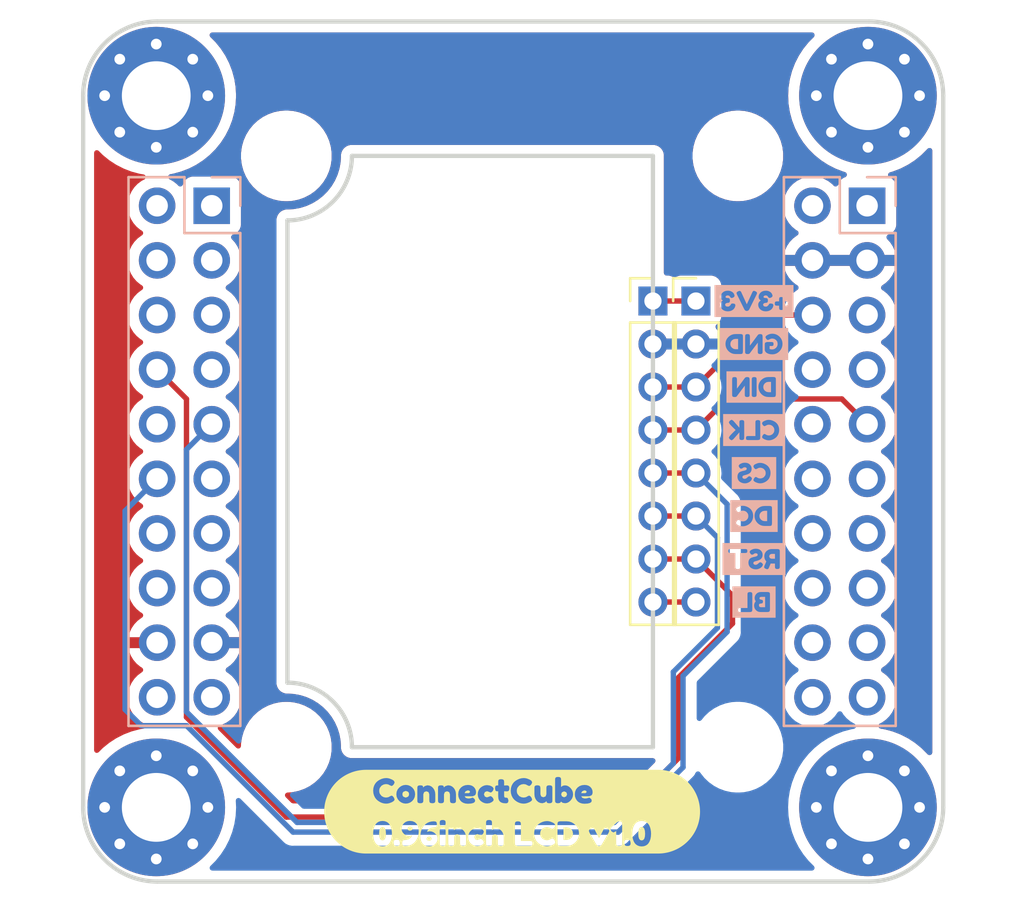
<source format=kicad_pcb>
(kicad_pcb (version 20211014) (generator pcbnew)
  (layers (0 "F.Cu" signal) (1 "In1.Cu" signal) (2 "In2.Cu" signal) (3 "In3.Cu" signal) (4 "In4.Cu" signal) (31 "B.Cu" signal) (34 "B.Paste" user) (35 "F.Paste" user) (36 "B.SilkS" user "B.Silkscreen") (37 "F.SilkS" user "F.Silkscreen") (38 "B.Mask" user) (39 "F.Mask" user) (44 "Edge.Cuts" user))
  (net 0 "")
  (net 1 "+5V")
  (net 2 "/EN")
  (net 3 "/IO34")
  (net 4 "/IO32")
  (net 5 "/IO35")
  (net 6 "/IO25")
  (net 7 "/IO33")
  (net 8 "/IO26")
  (net 9 "/IO12")
  (net 10 "GND")
  (net 11 "+3V3")
  (net 12 "/DIN")
  (net 13 "/CLK")
  (net 14 "/CS")
  (net 15 "/DC")
  (net 16 "/TXD0")
  (net 17 "/IO21")
  (net 18 "/RXD0")
  (net 19 "/IO19")
  (net 20 "/IO17")
  (net 21 "/IO5")
  (net 22 "/IO4")
  (net 23 "/IO16")
  (net 24 "/IO2")
  (net 25 "/IO0")
  (net 26 "/IO15")
  (net 27 "/IO13")
  (net 32 "/BL")
  (footprint "Connector_PinHeader_2.00mm:PinHeader_1x08_P2.00mm_Vertical" (layer "F.Cu") (at 85.55 95.25)
    (fp_text reference "J4" hide)
    (fp_text value "Conn_01x08_Male")
    (pad "1" thru_hole rect locked (at 0 0) (size 1.35 1.35) (drill 0.8) (layers *.Cu *.Mask) (net 11 "+3V3"))
    (pad "2" thru_hole oval locked (at 0 2) (size 1.35 1.35) (drill 0.8) (layers *.Cu *.Mask) (net 10 "GND"))
    (pad "3" thru_hole oval locked (at 0 4) (size 1.35 1.35) (drill 0.8) (layers *.Cu *.Mask) (net 12 "/DIN"))
    (pad "4" thru_hole oval locked (at 0 6) (size 1.35 1.35) (drill 0.8) (layers *.Cu *.Mask) (net 13 "/CLK"))
    (pad "5" thru_hole oval locked (at 0 8) (size 1.35 1.35) (drill 0.8) (layers *.Cu *.Mask) (net 14 "/CS"))
    (pad "6" thru_hole oval locked (at 0 10) (size 1.35 1.35) (drill 0.8) (layers *.Cu *.Mask) (net 15 "/DC"))
    (pad "7" thru_hole oval locked (at 0 12) (size 1.35 1.35) (drill 0.8) (layers *.Cu *.Mask) (net 7 "/IO33"))
    (pad "8" thru_hole oval locked (at 0 14) (size 1.35 1.35) (drill 0.8) (layers *.Cu *.Mask) (net 32 "/BL"))
  )
  (footprint "MountingHole:MountingHole_3.2mm_M3" (layer "F.Cu") (at 66.5 88.500002)
    (fp_text reference "H8" hide)
    (fp_text value "MountingHole")
    (pad "" np_thru_hole circle locked (at 0 0) (size 3.2 3.2) (drill 3.2) (layers *.Cu *.Mask))
  )
  (footprint "MountingHole:MountingHole_3.2mm_M3_Pad_Via" (layer "F.Cu") (at 93.55 118.8)
    (fp_text reference "H3" hide)
    (fp_text value "MountingHole")
    (pad "1" thru_hole circle locked (at 0 -2.4) (size 0.8 0.8) (drill 0.5) (layers *.Cu *.Mask))
    (pad "1" thru_hole circle locked (at 1.697056 1.697056) (size 0.8 0.8) (drill 0.5) (layers *.Cu *.Mask))
    (pad "1" thru_hole circle locked (at -1.697056 1.697056) (size 0.8 0.8) (drill 0.5) (layers *.Cu *.Mask))
    (pad "1" thru_hole circle locked (at -1.697056 -1.697056) (size 0.8 0.8) (drill 0.5) (layers *.Cu *.Mask))
    (pad "1" thru_hole circle locked (at 1.697056 -1.697056) (size 0.8 0.8) (drill 0.5) (layers *.Cu *.Mask))
    (pad "1" thru_hole circle locked (at 2.4 0) (size 0.8 0.8) (drill 0.5) (layers *.Cu *.Mask))
    (pad "1" thru_hole circle locked (at 0 2.4) (size 0.8 0.8) (drill 0.5) (layers *.Cu *.Mask))
    (pad "1" thru_hole circle locked (at 0 0) (size 6.4 6.4) (drill 3.2) (layers *.Cu *.Mask))
    (pad "1" thru_hole circle locked (at -2.4 0) (size 0.8 0.8) (drill 0.5) (layers *.Cu *.Mask))
  )
  (footprint "MountingHole:MountingHole_3.2mm_M3_Pad_Via" (layer "F.Cu") (at 60.45 85.7)
    (fp_text reference "H2" hide)
    (fp_text value "MountingHole")
    (pad "1" thru_hole circle locked (at 0 -2.4) (size 0.8 0.8) (drill 0.5) (layers *.Cu *.Mask))
    (pad "1" thru_hole circle locked (at -1.697056 1.697056) (size 0.8 0.8) (drill 0.5) (layers *.Cu *.Mask))
    (pad "1" thru_hole circle locked (at -2.4 0) (size 0.8 0.8) (drill 0.5) (layers *.Cu *.Mask))
    (pad "1" thru_hole circle locked (at 1.697056 -1.697056) (size 0.8 0.8) (drill 0.5) (layers *.Cu *.Mask))
    (pad "1" thru_hole circle locked (at 0 0) (size 6.4 6.4) (drill 3.2) (layers *.Cu *.Mask))
    (pad "1" thru_hole circle locked (at -1.697056 -1.697056) (size 0.8 0.8) (drill 0.5) (layers *.Cu *.Mask))
    (pad "1" thru_hole circle locked (at 0 2.4) (size 0.8 0.8) (drill 0.5) (layers *.Cu *.Mask))
    (pad "1" thru_hole circle locked (at 2.4 0) (size 0.8 0.8) (drill 0.5) (layers *.Cu *.Mask))
    (pad "1" thru_hole circle locked (at 1.697056 1.697056) (size 0.8 0.8) (drill 0.5) (layers *.Cu *.Mask))
  )
  (footprint "kibuzzard-6404909D" (layer "F.Cu") (at 77 119)
    (fp_text reference "kibuzzard-6404909D" hide)
    (fp_text value "G***" hide)
  )
  (footprint "MountingHole:MountingHole_3.2mm_M3_Pad_Via" (layer "F.Cu") (at 60.45 118.8)
    (fp_text reference "H1" hide)
    (fp_text value "MountingHole")
    (pad "1" thru_hole circle locked (at 2.4 0) (size 0.8 0.8) (drill 0.5) (layers *.Cu *.Mask))
    (pad "1" thru_hole circle locked (at -2.4 0) (size 0.8 0.8) (drill 0.5) (layers *.Cu *.Mask))
    (pad "1" thru_hole circle locked (at -1.697056 1.697056) (size 0.8 0.8) (drill 0.5) (layers *.Cu *.Mask))
    (pad "1" thru_hole circle locked (at -1.697056 -1.697056) (size 0.8 0.8) (drill 0.5) (layers *.Cu *.Mask))
    (pad "1" thru_hole circle locked (at 0 0) (size 6.4 6.4) (drill 3.2) (layers *.Cu *.Mask))
    (pad "1" thru_hole circle locked (at 1.697056 1.697056) (size 0.8 0.8) (drill 0.5) (layers *.Cu *.Mask))
    (pad "1" thru_hole circle locked (at 0 -2.4) (size 0.8 0.8) (drill 0.5) (layers *.Cu *.Mask))
    (pad "1" thru_hole circle locked (at 0 2.4) (size 0.8 0.8) (drill 0.5) (layers *.Cu *.Mask))
    (pad "1" thru_hole circle locked (at 1.697056 -1.697056) (size 0.8 0.8) (drill 0.5) (layers *.Cu *.Mask))
  )
  (footprint "MountingHole:MountingHole_3.2mm_M3" (layer "F.Cu") (at 87.5 88.500002)
    (fp_text reference "H6" hide)
    (fp_text value "MountingHole")
    (pad "" np_thru_hole circle locked (at 0 0) (size 3.2 3.2) (drill 3.2) (layers *.Cu *.Mask))
  )
  (footprint "MountingHole:MountingHole_3.2mm_M3_Pad_Via" (layer "F.Cu") (at 93.55 85.7)
    (fp_text reference "H4" hide)
    (fp_text value "MountingHole")
    (pad "1" thru_hole circle locked (at 2.4 0) (size 0.8 0.8) (drill 0.5) (layers *.Cu *.Mask))
    (pad "1" thru_hole circle locked (at 0 -2.4) (size 0.8 0.8) (drill 0.5) (layers *.Cu *.Mask))
    (pad "1" thru_hole circle locked (at 1.697056 1.697056) (size 0.8 0.8) (drill 0.5) (layers *.Cu *.Mask))
    (pad "1" thru_hole circle locked (at -1.697056 -1.697056) (size 0.8 0.8) (drill 0.5) (layers *.Cu *.Mask))
    (pad "1" thru_hole circle locked (at -1.697056 1.697056) (size 0.8 0.8) (drill 0.5) (layers *.Cu *.Mask))
    (pad "1" thru_hole circle locked (at 0 2.4) (size 0.8 0.8) (drill 0.5) (layers *.Cu *.Mask))
    (pad "1" thru_hole circle locked (at 0 0) (size 6.4 6.4) (drill 3.2) (layers *.Cu *.Mask))
    (pad "1" thru_hole circle locked (at 1.697056 -1.697056) (size 0.8 0.8) (drill 0.5) (layers *.Cu *.Mask))
    (pad "1" thru_hole circle locked (at -2.4 0) (size 0.8 0.8) (drill 0.5) (layers *.Cu *.Mask))
  )
  (footprint "MountingHole:MountingHole_3.2mm_M3" (layer "F.Cu") (at 87.5 115.999998)
    (fp_text reference "H5" hide)
    (fp_text value "MountingHole")
    (pad "" np_thru_hole circle locked (at 0 0) (size 3.2 3.2) (drill 3.2) (layers *.Cu *.Mask))
  )
  (footprint "MountingHole:MountingHole_3.2mm_M3" (layer "F.Cu") (at 66.5 115.999998)
    (fp_text reference "H7" hide)
    (fp_text value "MountingHole")
    (pad "" np_thru_hole circle locked (at 0 0) (size 3.2 3.2) (drill 3.2) (layers *.Cu *.Mask))
  )
  (footprint "Connector_PinHeader_2.00mm:PinHeader_1x08_P2.00mm_Vertical" (layer "F.Cu") (at 83.55 95.25)
    (fp_text reference "J2" hide)
    (fp_text value "Conn_01x08_Male")
    (pad "1" thru_hole rect locked (at 0 0) (size 1.35 1.35) (drill 0.8) (layers *.Cu *.Mask) (net 11 "+3V3"))
    (pad "2" thru_hole oval locked (at 0 2) (size 1.35 1.35) (drill 0.8) (layers *.Cu *.Mask) (net 10 "GND"))
    (pad "3" thru_hole oval locked (at 0 4) (size 1.35 1.35) (drill 0.8) (layers *.Cu *.Mask) (net 12 "/DIN"))
    (pad "4" thru_hole oval locked (at 0 6) (size 1.35 1.35) (drill 0.8) (layers *.Cu *.Mask) (net 13 "/CLK"))
    (pad "5" thru_hole oval locked (at 0 8) (size 1.35 1.35) (drill 0.8) (layers *.Cu *.Mask) (net 14 "/CS"))
    (pad "6" thru_hole oval locked (at 0 10) (size 1.35 1.35) (drill 0.8) (layers *.Cu *.Mask) (net 15 "/DC"))
    (pad "7" thru_hole oval locked (at 0 12) (size 1.35 1.35) (drill 0.8) (layers *.Cu *.Mask) (net 7 "/IO33"))
    (pad "8" thru_hole oval locked (at 0 14) (size 1.35 1.35) (drill 0.8) (layers *.Cu *.Mask) (net 32 "/BL"))
  )
  (footprint "kibuzzard-6404916C" (layer "B.Cu") (at 88.25 101.25 180)
    (fp_text reference "kibuzzard-6404916C" hide)
    (fp_text value "G***" hide)
  )
  (footprint "kibuzzard-64049156" (layer "B.Cu") (at 88.25 97.25 180)
    (fp_text reference "kibuzzard-64049156" hide)
    (fp_text value "G***" hide)
  )
  (footprint "kibuzzard-64049163" (layer "B.Cu") (at 88.25 99.25 180)
    (fp_text reference "kibuzzard-64049163" hide)
    (fp_text value "G***" hide)
  )
  (footprint "kibuzzard-640490BE" (layer "B.Cu") (at 88.25 95.25 180)
    (fp_text reference "kibuzzard-640490BE" hide)
    (fp_text value "G***" hide)
  )
  (footprint "kibuzzard-64049199" (layer "B.Cu") (at 88.25 107.25 180)
    (fp_text reference "kibuzzard-64049199" hide)
    (fp_text value "G***" hide)
  )
  (footprint "kibuzzard-6404917C" (layer "B.Cu") (at 88.25 105.25 180)
    (fp_text reference "kibuzzard-6404917C" hide)
    (fp_text value "G***" hide)
  )
  (footprint "Connector_PinHeader_2.54mm:PinHeader_2x10_P2.54mm_Vertical" (layer "B.Cu") (at 63.03 90.82 180)
    (fp_text reference "J1" hide)
    (fp_text value "Conn_02x10_Odd_Even")
    (pad "1" thru_hole rect locked (at 0 0 180) (size 1.7 1.7) (drill 1) (layers *.Cu *.Mask) (net 1 "+5V"))
    (pad "2" thru_hole oval locked (at 2.54 0 180) (size 1.7 1.7) (drill 1) (layers *.Cu *.Mask) (net 1 "+5V"))
    (pad "3" thru_hole oval locked (at 0 -2.54 180) (size 1.7 1.7) (drill 1) (layers *.Cu *.Mask) (net 2 "/EN"))
    (pad "4" thru_hole oval locked (at 2.54 -2.54 180) (size 1.7 1.7) (drill 1) (layers *.Cu *.Mask) (net 3 "/IO34"))
    (pad "5" thru_hole oval locked (at 0 -5.08 180) (size 1.7 1.7) (drill 1) (layers *.Cu *.Mask) (net 4 "/IO32"))
    (pad "6" thru_hole oval locked (at 2.54 -5.08 180) (size 1.7 1.7) (drill 1) (layers *.Cu *.Mask) (net 5 "/IO35"))
    (pad "7" thru_hole oval locked (at 0 -7.62 180) (size 1.7 1.7) (drill 1) (layers *.Cu *.Mask) (net 6 "/IO25"))
    (pad "8" thru_hole oval locked (at 2.54 -7.62 180) (size 1.7 1.7) (drill 1) (layers *.Cu *.Mask) (net 7 "/IO33"))
    (pad "9" thru_hole oval locked (at 0 -10.16 180) (size 1.7 1.7) (drill 1) (layers *.Cu *.Mask) (net 15 "/DC"))
    (pad "10" thru_hole oval locked (at 2.54 -10.16 180) (size 1.7 1.7) (drill 1) (layers *.Cu *.Mask) (net 8 "/IO26"))
    (pad "11" thru_hole oval locked (at 0 -12.7 180) (size 1.7 1.7) (drill 1) (layers *.Cu *.Mask) (net 9 "/IO12"))
    (pad "12" thru_hole oval locked (at 2.54 -12.7 180) (size 1.7 1.7) (drill 1) (layers *.Cu *.Mask) (net 14 "/CS"))
    (pad "13" thru_hole oval locked (at 0 -15.24 180) (size 1.7 1.7) (drill 1) (layers *.Cu *.Mask))
    (pad "14" thru_hole oval locked (at 2.54 -15.24 180) (size 1.7 1.7) (drill 1) (layers *.Cu *.Mask))
    (pad "15" thru_hole oval locked (at 0 -17.78 180) (size 1.7 1.7) (drill 1) (layers *.Cu *.Mask))
    (pad "16" thru_hole oval locked (at 2.54 -17.78 180) (size 1.7 1.7) (drill 1) (layers *.Cu *.Mask))
    (pad "17" thru_hole oval locked (at 0 -20.32 180) (size 1.7 1.7) (drill 1) (layers *.Cu *.Mask) (net 10 "GND"))
    (pad "18" thru_hole oval locked (at 2.54 -20.32 180) (size 1.7 1.7) (drill 1) (layers *.Cu *.Mask) (net 10 "GND"))
    (pad "19" thru_hole oval locked (at 0 -22.86 180) (size 1.7 1.7) (drill 1) (layers *.Cu *.Mask) (net 11 "+3V3"))
    (pad "20" thru_hole oval locked (at 2.54 -22.86 180) (size 1.7 1.7) (drill 1) (layers *.Cu *.Mask) (net 11 "+3V3"))
  )
  (footprint "kibuzzard-64049174" (layer "B.Cu") (at 88.25 103.25 180)
    (fp_text reference "kibuzzard-64049174" hide)
    (fp_text value "G***" hide)
  )
  (footprint "Connector_PinHeader_2.54mm:PinHeader_2x10_P2.54mm_Vertical" (layer "B.Cu") (at 93.51 90.82 180)
    (fp_text reference "J3" hide)
    (fp_text value "Conn_02x10_Odd_Even")
    (pad "1" thru_hole rect locked (at 0 0 180) (size 1.7 1.7) (drill 1) (layers *.Cu *.Mask) (net 11 "+3V3"))
    (pad "2" thru_hole oval locked (at 2.54 0 180) (size 1.7 1.7) (drill 1) (layers *.Cu *.Mask) (net 11 "+3V3"))
    (pad "3" thru_hole oval locked (at 0 -2.54 180) (size 1.7 1.7) (drill 1) (layers *.Cu *.Mask) (net 10 "GND"))
    (pad "4" thru_hole oval locked (at 2.54 -2.54 180) (size 1.7 1.7) (drill 1) (layers *.Cu *.Mask) (net 10 "GND"))
    (pad "5" thru_hole oval locked (at 0 -5.08 180) (size 1.7 1.7) (drill 1) (layers *.Cu *.Mask) (net 16 "/TXD0"))
    (pad "6" thru_hole oval locked (at 2.54 -5.08 180) (size 1.7 1.7) (drill 1) (layers *.Cu *.Mask) (net 12 "/DIN"))
    (pad "7" thru_hole oval locked (at 0 -7.62 180) (size 1.7 1.7) (drill 1) (layers *.Cu *.Mask) (net 17 "/IO21"))
    (pad "8" thru_hole oval locked (at 2.54 -7.62 180) (size 1.7 1.7) (drill 1) (layers *.Cu *.Mask) (net 18 "/RXD0"))
    (pad "9" thru_hole oval locked (at 0 -10.16 180) (size 1.7 1.7) (drill 1) (layers *.Cu *.Mask) (net 13 "/CLK"))
    (pad "10" thru_hole oval locked (at 2.54 -10.16 180) (size 1.7 1.7) (drill 1) (layers *.Cu *.Mask) (net 19 "/IO19"))
    (pad "11" thru_hole oval locked (at 0 -12.7 180) (size 1.7 1.7) (drill 1) (layers *.Cu *.Mask) (net 20 "/IO17"))
    (pad "12" thru_hole oval locked (at 2.54 -12.7 180) (size 1.7 1.7) (drill 1) (layers *.Cu *.Mask) (net 21 "/IO5"))
    (pad "13" thru_hole oval locked (at 0 -15.24 180) (size 1.7 1.7) (drill 1) (layers *.Cu *.Mask) (net 22 "/IO4"))
    (pad "14" thru_hole oval locked (at 2.54 -15.24 180) (size 1.7 1.7) (drill 1) (layers *.Cu *.Mask) (net 23 "/IO16"))
    (pad "15" thru_hole oval locked (at 0 -17.78 180) (size 1.7 1.7) (drill 1) (layers *.Cu *.Mask) (net 24 "/IO2"))
    (pad "16" thru_hole oval locked (at 2.54 -17.78 180) (size 1.7 1.7) (drill 1) (layers *.Cu *.Mask) (net 25 "/IO0"))
    (pad "17" thru_hole oval locked (at 0 -20.32 180) (size 1.7 1.7) (drill 1) (layers *.Cu *.Mask) (net 26 "/IO15"))
    (pad "18" thru_hole oval locked (at 2.54 -20.32 180) (size 1.7 1.7) (drill 1) (layers *.Cu *.Mask) (net 27 "/IO13"))
    (pad "19" thru_hole oval locked (at 0 -22.86 180) (size 1.7 1.7) (drill 1) (layers *.Cu *.Mask) (net 1 "+5V"))
    (pad "20" thru_hole oval locked (at 2.54 -22.86 180) (size 1.7 1.7) (drill 1) (layers *.Cu *.Mask) (net 1 "+5V"))
  )
  (footprint "kibuzzard-640491A0" (layer "B.Cu") (at 88.25 109.25 180)
    (fp_text reference "kibuzzard-640491A0" hide)
    (fp_text value "G***" hide)
  )
  (gr_arc (start 69.55 88.5) (mid 68.67132 90.62132) (end 66.55 91.5) (layer "Edge.Cuts") (width 0.2))
  (gr_line (start 83.55 115.999999) (end 69.55 116) (layer "Edge.Cuts") (width 0.2))
  (gr_arc (start 97.05 118.8) (mid 96.039518 121.239518) (end 93.6 122.25) (layer "Edge.Cuts") (width 0.2))
  (gr_line (start 60.499999 82.25) (end 93.6 82.25) (layer "Edge.Cuts") (width 0.2))
  (gr_arc (start 57.05 85.7) (mid 58.060481 83.260482) (end 60.499999 82.25) (layer "Edge.Cuts") (width 0.2))
  (gr_line (start 93.6 122.25) (end 60.5 122.25) (layer "Edge.Cuts") (width 0.2))
  (gr_line (start 66.55 113) (end 66.55 91.5) (layer "Edge.Cuts") (width 0.2))
  (gr_line (start 69.55 88.5) (end 83.55 88.5) (layer "Edge.Cuts") (width 0.2))
  (gr_line (start 57.05 118.8) (end 57.05 85.7) (layer "Edge.Cuts") (width 0.2))
  (gr_line (start 83.55 88.5) (end 83.55 115.999999) (layer "Edge.Cuts") (width 0.2))
  (gr_line (start 97.05 85.7) (end 97.05 118.8) (layer "Edge.Cuts") (width 0.2))
  (gr_arc (start 93.6 82.25) (mid 96.039518 83.260482) (end 97.05 85.7) (layer "Edge.Cuts") (width 0.2))
  (gr_arc (start 60.5 122.25) (mid 58.060482 121.239518) (end 57.05 118.8) (layer "Edge.Cuts") (width 0.2))
  (gr_arc (start 66.55 113) (mid 68.67132 113.87868) (end 69.55 116) (layer "Edge.Cuts") (width 0.2))
  (segment (start 85.55 107.25) (end 83.67502 107.25) (width 0.25) (layer "F.Cu") (net 7))
  (segment (start 84.75 116.5) (end 84.75 112.75) (width 0.25) (layer "F.Cu") (net 7))
  (segment (start 87.25 108.95) (end 85.55 107.25) (width 0.25) (layer "F.Cu") (net 7))
  (segment (start 60.49 98.44) (end 61.855489 99.805489) (width 0.25) (layer "F.Cu") (net 7))
  (segment (start 84.75 112.75) (end 87.25 110.25) (width 0.25) (layer "F.Cu") (net 7))
  (segment (start 61.855489 114.605489) (end 66.5 119.25) (width 0.25) (layer "F.Cu") (net 7))
  (segment (start 66.5 119.25) (end 82 119.25) (width 0.25) (layer "F.Cu") (net 7))
  (segment (start 87.25 110.25) (end 87.25 108.95) (width 0.25) (layer "F.Cu") (net 7))
  (segment (start 61.855489 99.805489) (end 61.855489 114.605489) (width 0.25) (layer "F.Cu") (net 7))
  (segment (start 82 119.25) (end 84.75 116.5) (width 0.25) (layer "F.Cu") (net 7))
  (segment (start 85.55 97.25) (end 83.67502 97.25) (width 0.25) (layer "F.Cu") (net 10))
  (segment (start 85.55 95.25) (end 83.67502 95.25) (width 0.25) (layer "F.Cu") (net 11))
  (segment (start 85.55 99.25) (end 83.67502 99.25) (width 0.25) (layer "F.Cu") (net 12))
  (segment (start 88.9 95.9) (end 85.55 99.25) (width 0.25) (layer "F.Cu") (net 12))
  (segment (start 90.97 95.9) (end 88.9 95.9) (width 0.25) (layer "F.Cu") (net 12))
  (segment (start 85.55 101.25) (end 83.67502 101.25) (width 0.25) (layer "F.Cu") (net 13))
  (segment (start 86.994511 99.805489) (end 92.335489 99.805489) (width 0.25) (layer "F.Cu") (net 13))
  (segment (start 92.335489 99.805489) (end 93.51 100.98) (width 0.25) (layer "F.Cu") (net 13))
  (segment (start 85.55 101.25) (end 86.994511 99.805489) (width 0.25) (layer "F.Cu") (net 13))
  (segment (start 85.55 103.25) (end 83.67502 103.25) (width 0.25) (layer "F.Cu") (net 14))
  (segment (start 84.94952 112.686198) (end 86.999031 110.636687) (width 0.25) (layer "B.Cu") (net 14))
  (segment (start 86.999031 110.636687) (end 86.999031 110.500969) (width 0.25) (layer "B.Cu") (net 14))
  (segment (start 86.999031 104.699031) (end 86.999031 110.500969) (width 0.25) (layer "B.Cu") (net 14))
  (segment (start 59 114.25) (end 59.75 115) (width 0.25) (layer "B.Cu") (net 14))
  (segment (start 81.936197 119.94952) (end 84.94952 116.936197) (width 0.25) (layer "B.Cu") (net 14))
  (segment (start 61.862295 115) (end 66.811815 119.94952) (width 0.25) (layer "B.Cu") (net 14))
  (segment (start 84.94952 116.936197) (end 84.94952 112.686198) (width 0.25) (layer "B.Cu") (net 14))
  (segment (start 59.75 115) (end 61.862295 115) (width 0.25) (layer "B.Cu") (net 14))
  (segment (start 59 105.01) (end 59 114.25) (width 0.25) (layer "B.Cu") (net 14))
  (segment (start 85.55 103.25) (end 86.999031 104.699031) (width 0.25) (layer "B.Cu") (net 14))
  (segment (start 60.49 103.52) (end 59 105.01) (width 0.25) (layer "B.Cu") (net 14))
  (segment (start 66.811815 119.94952) (end 81.936197 119.94952) (width 0.25) (layer "B.Cu") (net 14))
  (segment (start 85.55 105.25) (end 83.67502 105.25) (width 0.25) (layer "F.Cu") (net 15))
  (segment (start 86.549511 106.249511) (end 86.549511 110.450489) (width 0.25) (layer "B.Cu") (net 15))
  (segment (start 84.5 116.75) (end 84.5 112.5) (width 0.25) (layer "B.Cu") (net 15))
  (segment (start 63.03 100.98) (end 61.855489 102.154511) (width 0.25) (layer "B.Cu") (net 15))
  (segment (start 66.998012 119.5) (end 81.75 119.5) (width 0.25) (layer "B.Cu") (net 15))
  (segment (start 84.5 112.5) (end 86.549511 110.450489) (width 0.25) (layer "B.Cu") (net 15))
  (segment (start 61.855489 102.154511) (end 61.855489 114.357477) (width 0.25) (layer "B.Cu") (net 15))
  (segment (start 81.75 119.5) (end 84.5 116.75) (width 0.25) (layer "B.Cu") (net 15))
  (segment (start 85.55 105.25) (end 86.549511 106.249511) (width 0.25) (layer "B.Cu") (net 15))
  (segment (start 61.855489 114.357477) (end 66.998012 119.5) (width 0.25) (layer "B.Cu") (net 15))
  (segment (start 85.55 109.25) (end 83.67502 109.25) (width 0.25) (layer "F.Cu") (net 32))
  (zone (net 10) (net_name "GND") (layers F&B.Cu) (connect_pads (clearance 0.508)) (min_thickness 0.254) (fill yes (thermal_gap 0.508) (thermal_bridge_width 0.508))
    (polygon (pts (xy 98.75 81.75) (xy 98 122.5) (xy 56.25 122.5) (xy 56.25 81.25)))
  )
)
</source>
